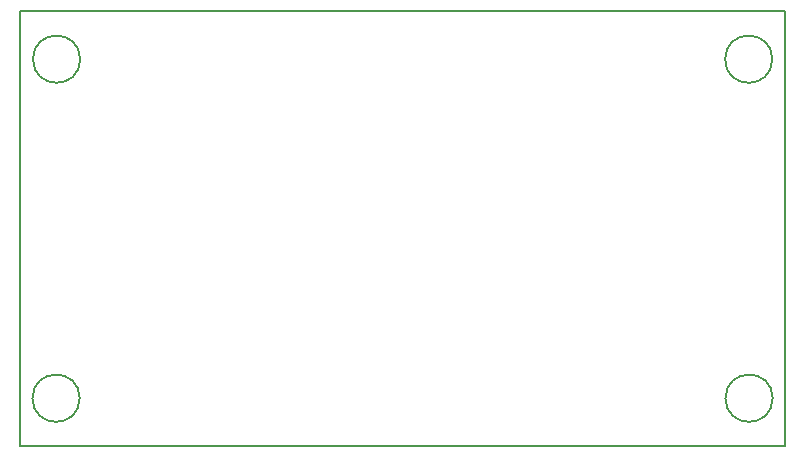
<source format=gko>
G04 #@! TF.GenerationSoftware,KiCad,Pcbnew,5.0.2-bee76a0~70~ubuntu18.04.1*
G04 #@! TF.CreationDate,2020-01-04T15:46:49+02:00*
G04 #@! TF.ProjectId,swbb_node,73776262-5f6e-46f6-9465-2e6b69636164,rev?*
G04 #@! TF.SameCoordinates,Original*
G04 #@! TF.FileFunction,Profile,NP*
%FSLAX46Y46*%
G04 Gerber Fmt 4.6, Leading zero omitted, Abs format (unit mm)*
G04 Created by KiCad (PCBNEW 5.0.2-bee76a0~70~ubuntu18.04.1) date Сб 04 янв 2020 15:46:49*
%MOMM*%
%LPD*%
G01*
G04 APERTURE LIST*
%ADD10C,0.150000*%
G04 APERTURE END LIST*
D10*
X125920000Y-129794000D02*
G75*
G03X125920000Y-129794000I-2000000J0D01*
G01*
X125952000Y-158496000D02*
G75*
G03X125952000Y-158496000I-2000000J0D01*
G01*
X67278000Y-158496000D02*
G75*
G03X67278000Y-158496000I-2000000J0D01*
G01*
X67319218Y-129794000D02*
G75*
G03X67319218Y-129794000I-2000000J0D01*
G01*
X62230000Y-162433000D02*
X62230000Y-125730000D01*
X62230000Y-162560000D02*
X62230000Y-162433000D01*
X127000000Y-162560000D02*
X62230000Y-162560000D01*
X127000000Y-125730000D02*
X127000000Y-162560000D01*
X62230000Y-125730000D02*
X127000000Y-125730000D01*
M02*

</source>
